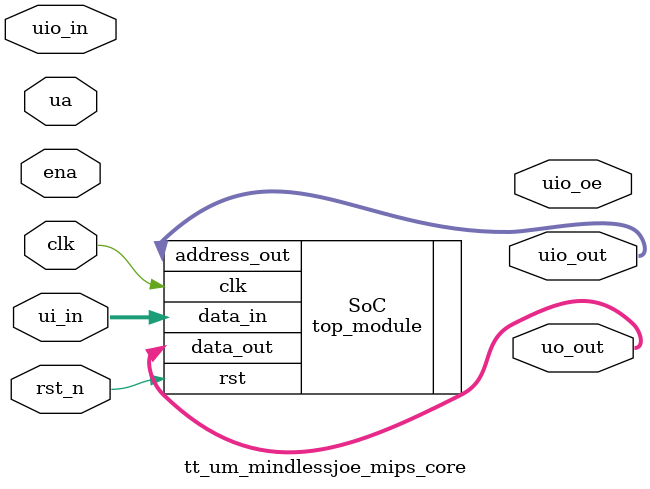
<source format=v>
/*
 * Copyright (c) 2024 Your Name
 * SPDX-License-Identifier: Apache-2.0
 */

`default_nettype none

module tt_um_mindlessjoe_mips_core (
    input  wire [7:0] ui_in,    // Dedicated inputs
    output wire [7:0] uo_out,   // Dedicated outputs
    input  wire [7:0] uio_in,   // IOs: Input path
    output wire [7:0] uio_out,  // IOs: Output path
    output wire [7:0] uio_oe,   // IOs: Enable path (active high: 0=input, 1=output)
    inout  wire [7:0] ua,       // Analog pins, only ua[5:0] can be used
    input  wire       ena,      // always 1 when the design is powered, so you can ignore it
    input  wire       clk,      // clock
    input  wire       rst_n     // reset_n - low to reset
);

top_module SoC(
    
    .clk(clk),
    .rst(rst_n),
    .data_in(ui_in),
    .data_out(uo_out),
    .address_out(uio_out)
);

endmodule

</source>
